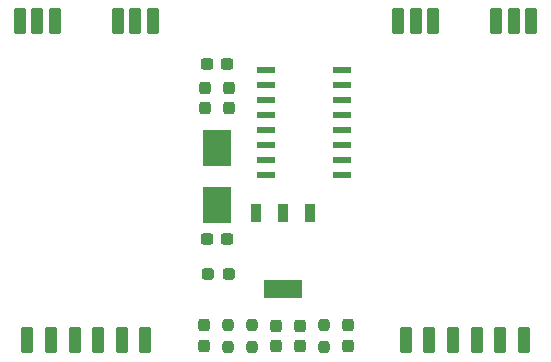
<source format=gtp>
G04 #@! TF.GenerationSoftware,KiCad,Pcbnew,8.0.5*
G04 #@! TF.CreationDate,2024-09-26T10:19:01+02:00*
G04 #@! TF.ProjectId,BL-R8812AF1 2x mount,424c2d52-3838-4313-9241-463120327820,rev?*
G04 #@! TF.SameCoordinates,Original*
G04 #@! TF.FileFunction,Paste,Top*
G04 #@! TF.FilePolarity,Positive*
%FSLAX46Y46*%
G04 Gerber Fmt 4.6, Leading zero omitted, Abs format (unit mm)*
G04 Created by KiCad (PCBNEW 8.0.5) date 2024-09-26 10:19:01*
%MOMM*%
%LPD*%
G01*
G04 APERTURE LIST*
G04 Aperture macros list*
%AMRoundRect*
0 Rectangle with rounded corners*
0 $1 Rounding radius*
0 $2 $3 $4 $5 $6 $7 $8 $9 X,Y pos of 4 corners*
0 Add a 4 corners polygon primitive as box body*
4,1,4,$2,$3,$4,$5,$6,$7,$8,$9,$2,$3,0*
0 Add four circle primitives for the rounded corners*
1,1,$1+$1,$2,$3*
1,1,$1+$1,$4,$5*
1,1,$1+$1,$6,$7*
1,1,$1+$1,$8,$9*
0 Add four rect primitives between the rounded corners*
20,1,$1+$1,$2,$3,$4,$5,0*
20,1,$1+$1,$4,$5,$6,$7,0*
20,1,$1+$1,$6,$7,$8,$9,0*
20,1,$1+$1,$8,$9,$2,$3,0*%
G04 Aperture macros list end*
%ADD10RoundRect,0.237500X-0.287500X-0.237500X0.287500X-0.237500X0.287500X0.237500X-0.287500X0.237500X0*%
%ADD11RoundRect,0.237500X0.300000X0.237500X-0.300000X0.237500X-0.300000X-0.237500X0.300000X-0.237500X0*%
%ADD12RoundRect,0.237500X0.237500X-0.300000X0.237500X0.300000X-0.237500X0.300000X-0.237500X-0.300000X0*%
%ADD13RoundRect,0.237500X0.237500X-0.287500X0.237500X0.287500X-0.237500X0.287500X-0.237500X-0.287500X0*%
%ADD14RoundRect,0.237500X-0.237500X0.250000X-0.237500X-0.250000X0.237500X-0.250000X0.237500X0.250000X0*%
%ADD15RoundRect,0.237500X0.237500X-0.250000X0.237500X0.250000X-0.237500X0.250000X-0.237500X-0.250000X0*%
%ADD16RoundRect,0.237500X-0.237500X0.300000X-0.237500X-0.300000X0.237500X-0.300000X0.237500X0.300000X0*%
%ADD17R,2.400000X3.150000*%
%ADD18RoundRect,0.275000X0.275000X-0.825000X0.275000X0.825000X-0.275000X0.825000X-0.275000X-0.825000X0*%
%ADD19RoundRect,0.137500X0.662500X0.137500X-0.662500X0.137500X-0.662500X-0.137500X0.662500X-0.137500X0*%
%ADD20R,3.200400X1.549400*%
%ADD21R,0.900800X1.549400*%
G04 APERTURE END LIST*
D10*
X121313000Y-96774000D03*
X123063000Y-96774000D03*
D11*
X122883000Y-78994000D03*
X121158000Y-78994000D03*
D12*
X123063000Y-82751000D03*
X123063000Y-81026000D03*
X121031000Y-82751000D03*
X121031000Y-81026000D03*
D11*
X122883000Y-93853000D03*
X121158000Y-93853000D03*
D13*
X120904000Y-102856000D03*
X120904000Y-101106000D03*
D14*
X122936000Y-101106000D03*
X122936000Y-102931000D03*
D15*
X124968000Y-102931000D03*
X124968000Y-101106000D03*
D16*
X127000000Y-101159000D03*
X127000000Y-102884000D03*
D13*
X133096000Y-102856000D03*
X133096000Y-101106000D03*
D14*
X131064000Y-101106000D03*
X131064000Y-102931000D03*
D16*
X129032000Y-101159000D03*
X129032000Y-102884000D03*
D17*
X122047000Y-90932000D03*
X122047000Y-86082000D03*
D18*
X148669000Y-75399999D03*
X147169000Y-75400000D03*
X145669000Y-75400000D03*
X140369000Y-75400000D03*
X138869000Y-75399999D03*
X137369001Y-75400000D03*
X138018999Y-102400000D03*
X140018999Y-102400000D03*
X142019000Y-102400000D03*
X144019000Y-102400000D03*
X146019000Y-102400001D03*
X148019000Y-102400000D03*
D19*
X132663000Y-88392000D03*
X132663000Y-87122000D03*
X132663000Y-85852000D03*
X132663000Y-84582000D03*
X132663000Y-83312000D03*
X132663000Y-82042000D03*
X132663000Y-80772000D03*
X132663000Y-79502000D03*
X126163000Y-79502000D03*
X126163000Y-80772000D03*
X126163000Y-82042000D03*
X126163000Y-83312000D03*
X126163000Y-84582000D03*
X126163000Y-85852000D03*
X126163000Y-87122000D03*
X126163000Y-88392000D03*
D18*
X116631000Y-75400000D03*
X115131001Y-75400001D03*
X113631000Y-75400000D03*
X108331000Y-75399999D03*
X106830999Y-75400000D03*
X105331000Y-75400000D03*
X105981001Y-102400000D03*
X107981000Y-102400000D03*
X109981000Y-102400000D03*
X111981001Y-102399999D03*
X113981000Y-102400000D03*
X115980999Y-102400001D03*
D20*
X127635000Y-98044000D03*
D21*
X125335000Y-91592400D03*
X127635000Y-91592400D03*
X129935000Y-91592400D03*
M02*

</source>
